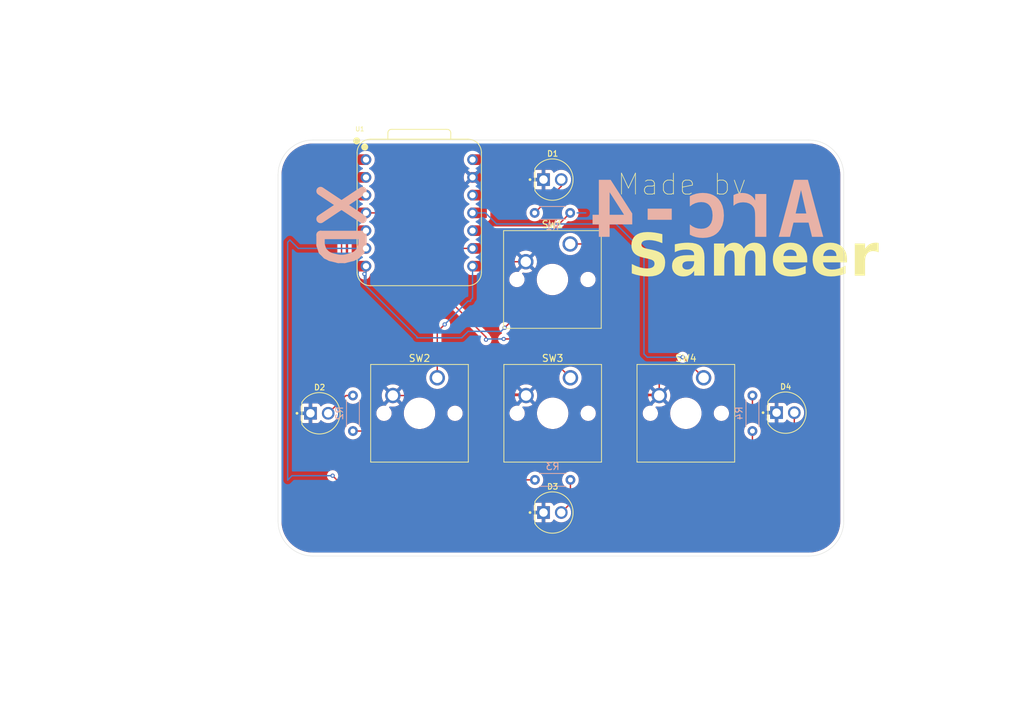
<source format=kicad_pcb>
(kicad_pcb (version 20241229) (generator "pcbnew") (generator_version "9.0")
  (layers (0 "F.Cu" signal) (2 "B.Cu" signal) (13 "F.Paste" user) (15 "B.Paste" user) (5 "F.SilkS" user "F.Silkscreen") (7 "B.SilkS" user "B.Silkscreen") (1 "F.Mask" user) (3 "B.Mask" user) (25 "Edge.Cuts" user))
  (net 0 "")
  (net 1 "Net-(D1-PadA)")
  (net 2 "GND")
  (net 3 "Net-(D2-PadA)")
  (net 4 "Net-(D3-PadA)")
  (net 5 "Net-(D4-PadA)")
  (net 6 "Led1")
  (net 7 "Led2")
  (net 8 "Led3")
  (net 9 "Led4")
  (net 10 "Sw 1")
  (net 11 "Sw 2")
  (net 12 "Sw 3")
  (net 13 "Sw 4")
  (footprint "Library:SW_Cherry_MX_1.00u_PCB_With_3d" (layer "F.Cu") (at 142.03 118.64)
    (property "Reference" "SW2" (at -2.54 -2.794 0) (layer "F.SilkS"))
    (property "Value" "SW_Push")
    (fp_line (start -9.525 -1.905) (end 4.445 -1.905) (stroke (width 0.12)) (layer "F.SilkS"))
    (fp_line (start -9.525 12.065) (end -9.525 -1.905) (stroke (width 0.12)) (layer "F.SilkS"))
    (fp_line (start 4.445 -1.905) (end 4.445 12.065) (stroke (width 0.12)) (layer "F.SilkS"))
    (fp_line (start 4.445 12.065) (end -9.525 12.065) (stroke (width 0.12)) (layer "F.SilkS"))
    (pad "" np_thru_hole circle (at -7.62 5.08) (size 1.7 1.7) (drill 1.7) (layers "*.Cu" "*.Mask"))
    (pad "" np_thru_hole circle (at -2.54 5.08) (size 4 4) (drill 4) (layers "*.Cu" "*.Mask"))
    (pad "" np_thru_hole circle (at 2.54 5.08) (size 1.7 1.7) (drill 1.7) (layers "*.Cu" "*.Mask"))
    (pad "1" thru_hole circle (at 0 0) (size 2.2 2.2) (drill 1.5) (layers "*.Cu" "*.Mask") (net 11 "Sw 2"))
    (pad "2" thru_hole circle (at -6.35 2.54) (size 2.2 2.2) (drill 1.5) (layers "*.Cu" "*.Mask") (net 2 "GND"))
  )
  (footprint "Library:SW_Cherry_MX_1.00u_PCB_With_3d" (layer "F.Cu") (at 180.13 118.64)
    (property "Reference" "SW4" (at -2.54 -2.794 0) (layer "F.SilkS"))
    (property "Value" "SW_Push")
    (fp_line (start -9.525 -1.905) (end 4.445 -1.905) (stroke (width 0.12)) (layer "F.SilkS"))
    (fp_line (start -9.525 12.065) (end -9.525 -1.905) (stroke (width 0.12)) (layer "F.SilkS"))
    (fp_line (start 4.445 -1.905) (end 4.445 12.065) (stroke (width 0.12)) (layer "F.SilkS"))
    (fp_line (start 4.445 12.065) (end -9.525 12.065) (stroke (width 0.12)) (layer "F.SilkS"))
    (pad "" np_thru_hole circle (at -7.62 5.08) (size 1.7 1.7) (drill 1.7) (layers "*.Cu" "*.Mask"))
    (pad "" np_thru_hole circle (at -2.54 5.08) (size 4 4) (drill 4) (layers "*.Cu" "*.Mask"))
    (pad "" np_thru_hole circle (at 2.54 5.08) (size 1.7 1.7) (drill 1.7) (layers "*.Cu" "*.Mask"))
    (pad "1" thru_hole circle (at 0 0) (size 2.2 2.2) (drill 1.5) (layers "*.Cu" "*.Mask") (net 13 "Sw 4"))
    (pad "2" thru_hole circle (at -6.35 2.54) (size 2.2 2.2) (drill 1.5) (layers "*.Cu" "*.Mask") (net 2 "GND"))
  )
  (footprint "Library:SW_Cherry_MX_1.00u_PCB_With_3d" (layer "F.Cu") (at 161.045 99.5)
    (property "Reference" "SW1" (at -2.54 -2.794 0) (layer "F.SilkS"))
    (property "Value" "SW_Push")
    (fp_line (start -9.525 -1.905) (end 4.445 -1.905) (stroke (width 0.12)) (layer "F.SilkS"))
    (fp_line (start -9.525 12.065) (end -9.525 -1.905) (stroke (width 0.12)) (layer "F.SilkS"))
    (fp_line (start 4.445 -1.905) (end 4.445 12.065) (stroke (width 0.12)) (layer "F.SilkS"))
    (fp_line (start 4.445 12.065) (end -9.525 12.065) (stroke (width 0.12)) (layer "F.SilkS"))
    (pad "" np_thru_hole circle (at -7.62 5.08) (size 1.7 1.7) (drill 1.7) (layers "*.Cu" "*.Mask"))
    (pad "" np_thru_hole circle (at -2.54 5.08) (size 4 4) (drill 4) (layers "*.Cu" "*.Mask"))
    (pad "" np_thru_hole circle (at 2.54 5.08) (size 1.7 1.7) (drill 1.7) (layers "*.Cu" "*.Mask"))
    (pad "1" thru_hole circle (at 0 0) (size 2.2 2.2) (drill 1.5) (layers "*.Cu" "*.Mask") (net 10 "Sw 1"))
    (pad "2" thru_hole circle (at -6.35 2.54) (size 2.2 2.2) (drill 1.5) (layers "*.Cu" "*.Mask") (net 2 "GND"))
  )
  (footprint "Led:LEDRD254W57D500H1070" (layer "F.Cu") (at 158.498408 90.2925)
    (property "Reference" "D1" (at 0.04 -3.708 0) (layer "F.SilkS") (effects (font (size 0.8 0.8))))
    (property "Value" "L08R5000Q1")
    (fp_line (start -2.5 -1.566) (end -2.5 1.566) (stroke (width 0.127)) (layer "F.SilkS"))
    (fp_arc (start -2.5 -1.566) (mid 2.961291 0) (end -2.5 1.566) (stroke (width 0.127)) (layer "F.SilkS"))
    (fp_circle (center -3.2 0) (end -3.1 0) (stroke (width 0.2)) (fill no) (layer "F.SilkS"))
    (pad "A" thru_hole circle (at 1.27 0) (size 1.815 1.815) (drill 1.21) (layers "*.Cu" "*.Mask") (net 1 "Net-(D1-PadA)"))
    (pad "C" thru_hole rect (at -1.27 0) (size 1.815 1.815) (drill 1.21) (layers "*.Cu" "*.Mask") (net 2 "GND"))
  )
  (footprint "Led:LEDRD254W57D500H1070" (layer "F.Cu") (at 158.498408 137.9175)
    (property "Reference" "D3" (at 0.04 -3.708 0) (layer "F.SilkS") (effects (font (size 0.8 0.8))))
    (property "Value" "L08R5000Q1")
    (fp_line (start -2.5 -1.566) (end -2.5 1.566) (stroke (width 0.127)) (layer "F.SilkS"))
    (fp_arc (start -2.5 -1.566) (mid 2.961291 0) (end -2.5 1.566) (stroke (width 0.127)) (layer "F.SilkS"))
    (fp_circle (center -3.2 0) (end -3.1 0) (stroke (width 0.2)) (fill no) (layer "F.SilkS"))
    (pad "A" thru_hole circle (at 1.27 0) (size 1.815 1.815) (drill 1.21) (layers "*.Cu" "*.Mask") (net 4 "Net-(D3-PadA)"))
    (pad "C" thru_hole rect (at -1.27 0) (size 1.815 1.815) (drill 1.21) (layers "*.Cu" "*.Mask") (net 2 "GND"))
  )
  (footprint "xiao:XIAO-RP2040-DIP" (layer "F.Cu") (at 139.455 95.055)
    (property "Reference" "U1" (at -8.5 -12 0) (layer "F.SilkS") (effects (font (size 0.635 0.635) (thickness 0.1016))))
    (property "Value" "XIAO-RP2040-DIP")
    (fp_line (start -8.89 8.509) (end -8.89 -8.636) (stroke (width 0.127)) (layer "F.SilkS"))
    (fp_line (start -6.985 10.414) (end 6.985 10.414) (stroke (width 0.127)) (layer "F.SilkS"))
    (fp_line (start -4.495 -10.541) (end -4.491272 -11.451272) (stroke (width 0.127)) (layer "F.SilkS"))
    (fp_line (start -3.991272 -11.951) (end 4.004 -11.951) (stroke (width 0.127)) (layer "F.SilkS"))
    (fp_line (start 4.504 -11.451) (end 4.504 -10.541) (stroke (width 0.127)) (layer "F.SilkS"))
    (fp_line (start 6.985 -10.541) (end -6.985 -10.541) (stroke (width 0.1)) (layer "F.SilkS"))
    (fp_line (start 6.985 -10.541) (end -6.985 -10.541) (stroke (width 0.127)) (layer "F.SilkS"))
    (fp_line (start 8.89 8.509) (end 8.89 -8.636) (stroke (width 0.127)) (layer "F.SilkS"))
    (fp_arc (start -8.89 -8.636) (mid -8.332038 -9.983038) (end -6.985 -10.541) (stroke (width 0.127)) (layer "F.SilkS"))
    (fp_arc (start -6.985 10.414) (mid -8.332038 9.856038) (end -8.89 8.509) (stroke (width 0.127)) (layer "F.SilkS"))
    (fp_arc (start -4.491272 -11.451272) (mid -4.344728 -11.80464) (end -3.991272 -11.951) (stroke (width 0.127)) (layer "F.SilkS"))
    (fp_arc (start 4.004 -11.951) (mid 4.357553 -11.804553) (end 4.504 -11.451) (stroke (width 0.127)) (layer "F.SilkS"))
    (fp_arc (start 6.985 -10.541) (mid 8.332038 -9.983038) (end 8.89 -8.636) (stroke (width 0.127)) (layer "F.SilkS"))
    (fp_arc (start 8.89 8.509) (mid 8.332038 9.856038) (end 6.985 10.414) (stroke (width 0.127)) (layer "F.SilkS"))
    (fp_circle (center -8.95 -10.3) (end -8.95 -10.554) (stroke (width 0.5)) (fill yes) (layer "F.SilkS"))
    (fp_circle (center -7.807 -9.42) (end -7.807 -9.674) (stroke (width 0.5)) (fill yes) (layer "F.SilkS"))
    (pad "1" smd roundrect (at -8.455 -7.62 180) (size 2.432 1.524) (layers "F.Cu" "F.Mask") (roundrect_rratio 0.1))
    (pad "1" thru_hole circle (at -7.62 -7.62 180) (size 1.524 1.524) (drill 0.889) (layers "*.Cu" "*.Mask"))
    (pad "2" smd roundrect (at -8.455 -5.08 180) (size 2.432 1.524) (layers "F.Cu" "F.Mask") (roundrect_rratio 0.1))
    (pad "2" thru_hole circle (at -7.62 -5.08 180) (size 1.524 1.524) (drill 0.889) (layers "*.Cu" "*.Mask"))
    (pad "3" smd roundrect (at -8.455 -2.54 180) (size 2.432 1.524) (layers "F.Cu" "F.Mask") (roundrect_rratio 0.1))
    (pad "3" thru_hole circle (at -7.62 -2.54 180) (size 1.524 1.524) (drill 0.889) (layers "*.Cu" "*.Mask"))
    (pad "4" smd roundrect (at -8.455 0 180) (size 2.432 1.524) (layers "F.Cu" "F.Mask") (roundrect_rratio 0.1) (net 9 "Led4"))
    (pad "4" thru_hole circle (at -7.62 0 180) (size 1.524 1.524) (drill 0.889) (layers "*.Cu" "*.Mask") (net 9 "Led4"))
    (pad "5" smd roundrect (at -8.455 2.54 180) (size 2.432 1.524) (layers "F.Cu" "F.Mask") (roundrect_rratio 0.1) (net 7 "Led2"))
    (pad "5" thru_hole circle (at -7.62 2.54 180) (size 1.524 1.524) (drill 0.889) (layers "*.Cu" "*.Mask") (net 7 "Led2"))
    (pad "6" smd roundrect (at -8.455 5.08 180) (size 2.432 1.524) (layers "F.Cu" "F.Mask") (roundrect_rratio 0.1) (net 8 "Led3"))
    (pad "6" thru_hole circle (at -7.62 5.08 180) (size 1.524 1.524) (drill 0.889) (layers "*.Cu" "*.Mask") (net 8 "Led3"))
    (pad "7" smd roundrect (at -8.455 7.62 180) (size 2.432 1.524) (layers "F.Cu" "F.Mask") (roundrect_rratio 0.1) (net 10 "Sw 1"))
    (pad "7" thru_hole circle (at -7.62 7.62 180) (size 1.524 1.524) (drill 0.889) (layers "*.Cu" "*.Mask") (net 10 "Sw 1"))
    (pad "8" thru_hole circle (at 7.62 7.62) (size 1.524 1.524) (drill 0.889) (layers "*.Cu" "*.Mask") (net 11 "Sw 2"))
    (pad "8" smd roundrect (at 8.455 7.62) (size 2.432 1.524) (layers "F.Cu" "F.Mask") (roundrect_rratio 0.1) (net 11 "Sw 2"))
    (pad "9" thru_hole circle (at 7.62 5.08) (size 1.524 1.524) (drill 0.889) (layers "*.Cu" "*.Mask") (net 12 "Sw 3"))
    (pad "9" smd roundrect (at 8.455 5.08) (size 2.432 1.524) (layers "F.Cu" "F.Mask") (roundrect_rratio 0.1) (net 12 "Sw 3"))
    (pad "10" thru_hole circle (at 7.62 2.54) (size 1.524 1.524) (drill 0.889) (layers "*.Cu" "*.Mask") (net 6 "Led1"))
    (pad "10" smd roundrect (at 8.455 2.54) (size 2.432 1.524) (layers "F.Cu" "F.Mask") (roundrect_rratio 0.1) (net 6 "Led1"))
    (pad "11" thru_hole circle (at 7.62 0) (size 1.524 1.524) (drill 0.889) (layers "*.Cu" "*.Mask") (net 13 "Sw 4"))
    (pad "11" smd roundrect (at 8.455 0) (size 2.432 1.524) (layers "F.Cu" "F.Mask") (roundrect_rratio 0.1) (net 13 "Sw 4"))
    (pad "12" thru_hole circle (at 7.62 -2.54) (size 1.524 1.524) (drill 0.889) (layers "*.Cu" "*.Mask"))
    (pad "12" smd roundrect (at 8.455 -2.54) (size 2.432 1.524) (layers "F.Cu" "F.Mask") (roundrect_rratio 0.1))
    (pad "13" thru_hole circle (at 7.62 -5.08) (size 1.524 1.524) (drill 0.889) (layers "*.Cu" "*.Mask") (net 2 "GND"))
    (pad "13" smd roundrect (at 8.455 -5.08) (size 2.432 1.524) (layers "F.Cu" "F.Mask") (roundrect_rratio 0.1) (net 2 "GND"))
    (pad "14" thru_hole circle (at 7.62 -7.62) (size 1.524 1.524) (drill 0.889) (layers "*.Cu" "*.Mask"))
    (pad "14" smd roundrect (at 8.455 -7.62) (size 2.432 1.524) (layers "F.Cu" "F.Mask") (roundrect_rratio 0.1))
  )
  (footprint "Led:LEDRD254W57D500H1070" (layer "F.Cu") (at 125.160908 123.72)
    (property "Reference" "D2" (at 0.04 -3.708 0) (layer "F.SilkS") (effects (font (size 0.8 0.8))))
    (property "Value" "L08R5000Q1")
    (fp_line (start -2.5 -1.566) (end -2.5 1.566) (stroke (width 0.127)) (layer "F.SilkS"))
    (fp_arc (start -2.5 -1.566) (mid 2.961291 0) (end -2.5 1.566) (stroke (width 0.127)) (layer "F.SilkS"))
    (fp_circle (center -3.2 0) (end -3.1 0) (stroke (width 0.2)) (fill no) (layer "F.SilkS"))
    (pad "A" thru_hole circle (at 1.27 0) (size 1.815 1.815) (drill 1.21) (layers "*.Cu" "*.Mask") (net 3 "Net-(D2-PadA)"))
    (pad "C" thru_hole rect (at -1.27 0) (size 1.815 1.815) (drill 1.21) (layers "*.Cu" "*.Mask") (net 2 "GND"))
  )
  (footprint "Led:LEDRD254W57D500H1070" (layer "F.Cu") (at 191.835908 123.63)
    (property "Reference" "D4" (at 0.04 -3.708 0) (layer "F.SilkS") (effects (font (size 0.8 0.8))))
    (property "Value" "L08R5000Q1")
    (fp_line (start -2.5 -1.566) (end -2.5 1.566) (stroke (width 0.127)) (layer "F.SilkS"))
    (fp_arc (start -2.5 -1.566) (mid 2.961291 0) (end -2.5 1.566) (stroke (width 0.127)) (layer "F.SilkS"))
    (fp_circle (center -3.2 0) (end -3.1 0) (stroke (width 0.2)) (fill no) (layer "F.SilkS"))
    (pad "A" thru_hole circle (at 1.27 0) (size 1.815 1.815) (drill 1.21) (layers "*.Cu" "*.Mask") (net 5 "Net-(D4-PadA)"))
    (pad "C" thru_hole rect (at -1.27 0) (size 1.815 1.815) (drill 1.21) (layers "*.Cu" "*.Mask") (net 2 "GND"))
  )
  (footprint "Library:SW_Cherry_MX_1.00u_PCB_With_3d" (layer "F.Cu") (at 161.08 118.64)
    (property "Reference" "SW3" (at -2.54 -2.794 0) (layer "F.SilkS"))
    (property "Value" "SW_Push")
    (fp_line (start -9.525 -1.905) (end 4.445 -1.905) (stroke (width 0.12)) (layer "F.SilkS"))
    (fp_line (start -9.525 12.065) (end -9.525 -1.905) (stroke (width 0.12)) (layer "F.SilkS"))
    (fp_line (start 4.445 -1.905) (end 4.445 12.065) (stroke (width 0.12)) (layer "F.SilkS"))
    (fp_line (start 4.445 12.065) (end -9.525 12.065) (stroke (width 0.12)) (layer "F.SilkS"))
    (pad "" np_thru_hole circle (at -7.62 5.08) (size 1.7 1.7) (drill 1.7) (layers "*.Cu" "*.Mask"))
    (pad "" np_thru_hole circle (at -2.54 5.08) (size 4 4) (drill 4) (layers "*.Cu" "*.Mask"))
    (pad "" np_thru_hole circle (at 2.54 5.08) (size 1.7 1.7) (drill 1.7) (layers "*.Cu" "*.Mask"))
    (pad "1" thru_hole circle (at 0 0) (size 2.2 2.2) (drill 1.5) (layers "*.Cu" "*.Mask") (net 12 "Sw 3"))
    (pad "2" thru_hole circle (at -6.35 2.54) (size 2.2 2.2) (drill 1.5) (layers "*.Cu" "*.Mask") (net 2 "GND"))
  )
  (footprint "Resistor_THT:R_Axial_DIN0204_L3.6mm_D1.6mm_P5.08mm_Horizontal" (layer "B.Cu") (at 155.965 95.055)
    (property "Reference" "R1" (at 2.54 1.92 0) (layer "B.SilkS") (effects (justify mirror)))
    (property "Value" "Resistor")
    (fp_line (start 0.62 -0.92) (end 4.46 -0.92) (stroke (width 0.12)) (layer "B.SilkS"))
    (fp_line (start 0.62 0.92) (end 4.46 0.92) (stroke (width 0.12)) (layer "B.SilkS"))
    (pad "1" thru_hole circle (at 0 0) (size 1.4 1.4) (drill 0.7) (layers "*.Cu" "*.Mask") (net 1 "Net-(D1-PadA)"))
    (pad "2" thru_hole circle (at 5.08 0) (size 1.4 1.4) (drill 0.7) (layers "*.Cu" "*.Mask") (net 6 "Led1"))
  )
  (footprint "Resistor_THT:R_Axial_DIN0204_L3.6mm_D1.6mm_P5.08mm_Horizontal" (layer "B.Cu") (at 129.965 121.18 -90)
    (property "Reference" "R2" (at 2.54 1.92 90) (layer "B.SilkS") (effects (justify mirror)))
    (property "Value" "Resistor")
    (fp_line (start 0.62 0.92) (end 4.46 0.92) (stroke (width 0.12)) (layer "B.SilkS"))
    (fp_line (start 0.62 -0.92) (end 4.46 -0.92) (stroke (width 0.12)) (layer "B.SilkS"))
    (pad "1" thru_hole circle (at 0 0 270) (size 1.4 1.4) (drill 0.7) (layers "*.Cu" "*.Mask") (net 3 "Net-(D2-PadA)"))
    (pad "2" thru_hole circle (at 5.08 0 270) (size 1.4 1.4) (drill 0.7) (layers "*.Cu" "*.Mask") (net 7 "Led2"))
  )
  (footprint "Resistor_THT:R_Axial_DIN0204_L3.6mm_D1.6mm_P5.08mm_Horizontal" (layer "B.Cu") (at 187.115 121.18 -90)
    (property "Reference" "R4" (at 2.54 1.92 90) (layer "B.SilkS") (effects (justify mirror)))
    (property "Value" "Resistor")
    (fp_line (start 0.62 0.92) (end 4.46 0.92) (stroke (width 0.12)) (layer "B.SilkS"))
    (fp_line (start 0.62 -0.92) (end 4.46 -0.92) (stroke (width 0.12)) (layer "B.SilkS"))
    (pad "1" thru_hole circle (at 0 0 270) (size 1.4 1.4) (drill 0.7) (layers "*.Cu" "*.Mask") (net 5 "Net-(D4-PadA)"))
    (pad "2" thru_hole circle (at 5.08 0 270) (size 1.4 1.4) (drill 0.7) (layers "*.Cu" "*.Mask") (net 9 "Led4"))
  )
  (footprint "Resistor_THT:R_Axial_DIN0204_L3.6mm_D1.6mm_P5.08mm_Horizontal" (layer "B.Cu") (at 161.08 133.245 180)
    (property "Reference" "R3" (at 2.54 1.92 0) (layer "B.SilkS") (effects (justify mirror)))
    (property "Value" "Resistor")
    (fp_line (start 0.62 0.92) (end 4.46 0.92) (stroke (width 0.12)) (layer "B.SilkS"))
    (fp_line (start 0.62 -0.92) (end 4.46 -0.92) (stroke (width 0.12)) (layer "B.SilkS"))
    (pad "1" thru_hole circle (at 0 0 180) (size 1.4 1.4) (drill 0.7) (layers "*.Cu" "*.Mask") (net 4 "Net-(D3-PadA)"))
    (pad "2" thru_hole circle (at 5.08 0 180) (size 1.4 1.4) (drill 0.7) (layers "*.Cu" "*.Mask") (net 8 "Led3"))
  )
  (gr_arc (start 124.25 144.14) (mid 120.714466 142.675534) (end 119.25 139.14) (stroke (width 0.05)) (layer "Edge.Cuts"))
  (gr_line (start 200.18 89.63) (end 200.18 139.14) (stroke (width 0.05)) (layer "Edge.Cuts"))
  (gr_line (start 119.25 139.14) (end 119.25 89.63) (stroke (width 0.05)) (layer "Edge.Cuts"))
  (gr_arc (start 200.18 139.14) (mid 198.715534 142.675534) (end 195.18 144.14) (stroke (width 0.05)) (layer "Edge.Cuts"))
  (gr_arc (start 119.25 89.63) (mid 120.714466 86.094466) (end 124.25 84.63) (stroke (width 0.05)) (layer "Edge.Cuts"))
  (gr_line (start 124.25 84.63) (end 195.18 84.63) (stroke (width 0.05)) (layer "Edge.Cuts"))
  (gr_line (start 195.18 144.14) (end 124.25 144.14) (stroke (width 0.05)) (layer "Edge.Cuts"))
  (gr_arc (start 195.18 84.63) (mid 198.715534 86.094466) (end 200.18 89.63) (stroke (width 0.05)) (layer "Edge.Cuts"))
  (gr_text "Made by" (at 167.6 92.74 0) (layer "F.SilkS") (effects (font (size 3 3) (thickness 0.1)) (justify left bottom)))
  (gr_text "Sameer" (at 169.2 105.05 0) (layer "F.SilkS") (effects (font (size 6 6) (thickness 1.5) (bold yes)) (justify left bottom)))
  (gr_text "Arc-4" (at 197.43 99.84 0) (layer "B.SilkS") (effects (font (size 8 8) (thickness 0.8) (bold yes)) (justify left bottom mirror)))
  (gr_text "XD" (at 132.13 90.28 90) (layer "B.SilkS") (effects (font (size 6 6) (thickness 1.2) (bold yes)) (justify left bottom mirror)))
  (segment (start 163.2675 95.055) (end 162.046 95.055) (width 0.2) (layer "B.Cu") (net 0))
  (segment (start 155.965 95.055) (end 159.768408 91.251592) (width 0.2) (layer "F.Cu") (net 1))
  (segment (start 159.768408 91.251592) (end 159.768408 90.2925) (width 0.2) (layer "F.Cu") (net 1))
  (segment (start 157.228408 137.9175) (end 123.7675 137.9175) (width 0.2) (layer "F.Cu") (net 2))
  (segment (start 168.4 121.02) (end 168.4 142.53) (width 0.2) (layer "F.Cu") (net 2))
  (segment (start 123.39 137.54) (end 123.890908 137.039092) (width 0.2) (layer "F.Cu") (net 2))
  (segment (start 157.228408 142.911592) (end 157.228408 137.9175) (width 0.2) (layer "F.Cu") (net 2))
  (segment (start 123.7675 137.9175) (end 123.39 137.54) (width 0.2) (layer "F.Cu") (net 2))
  (segment (start 150.39 102.47) (end 150.39 116.84) (width 0.2) (layer "F.Cu") (net 2))
  (segment (start 168.4 142.53) (end 168.04 142.89) (width 0.2) (layer "F.Cu") (net 2))
  (segment (start 154.73 121.18) (end 135.68 121.18) (width 0.2) (layer "F.Cu") (net 2))
  (segment (start 168.14 128.7) (end 168.14 125.264366) (width 0.2) (layer "F.Cu") (net 2))
  (segment (start 154.99 120.98) (end 151.6 120.98) (width 0.2) (layer "F.Cu") (net 2))
  (segment (start 154.79 121.18) (end 154.99 120.98) (width 0.2) (layer "F.Cu") (net 2))
  (segment (start 157.228408 90.2925) (end 147.3925 90.2925) (width 0.2) (layer "F.Cu") (net 2))
  (segment (start 157.42 87.99) (end 169.4 87.99) (width 0.2) (layer "F.Cu") (net 2))
  (segment (start 157.228408 88.181592) (end 157.42 87.99) (width 0.2) (layer "F.Cu") (net 2))
  (segment (start 169.4 87.99) (end 173.78 92.37) (width 0.2) (layer "F.Cu") (net 2))
  (segment (start 147.3925 90.2925) (end 147.075 89.975) (width 0.2) (layer "F.Cu") (net 2))
  (segment (start 173.78 92.37) (end 173.78 111.13) (width 0.2) (layer "F.Cu") (net 2))
  (segment (start 150.82 102.04) (end 150.39 102.47) (width 0.2) (layer "F.Cu") (net 2))
  (segment (start 173.78 111.13) (end 173.78 121.18) (width 0.2) (layer "F.Cu") (net 2))
  (segment (start 123.890908 137.039092) (end 123.890908 123.72) (width 0.2) (layer "F.Cu") (net 2))
  (segment (start 157.25 142.89) (end 157.228408 142.911592) (width 0.2) (layer "F.Cu") (net 2))
  (segment (start 150.39 116.84) (end 154.73 121.18) (width 0.2) (layer "F.Cu") (net 2))
  (segment (start 157.228408 90.2925) (end 157.228408 88.181592) (width 0.2) (layer "F.Cu") (net 2))
  (segment (start 168.14 125.264366) (end 172.224366 121.18) (width 0.2) (layer "F.Cu") (net 2))
  (segment (start 190.565908 123.63) (end 190.565908 112.055908) (width 0.2) (layer "F.Cu") (net 2))
  (segment (start 172.224366 121.18) (end 173.78 121.18) (width 0.2) (layer "F.Cu") (net 2))
  (segment (start 173.62 121.02) (end 168.4 121.02) (width 0.2) (layer "F.Cu") (net 2))
  (segment (start 154.695 102.04) (end 150.82 102.04) (width 0.2) (layer "F.Cu") (net 2))
  (segment (start 151.6 120.98) (end 149.07 123.51) (width 0.2) (layer "F.Cu") (net 2))
  (segment (start 190.565908 112.055908) (end 189.64 111.13) (width 0.2) (layer "F.Cu") (net 2))
  (segment (start 173.78 121.18) (end 173.62 121.02) (width 0.2) (layer "F.Cu") (net 2))
  (segment (start 168.04 142.89) (end 157.25 142.89) (width 0.2) (layer "F.Cu") (net 2))
  (segment (start 154.26 128.7) (end 168.14 128.7) (width 0.2) (layer "F.Cu") (net 2))
  (segment (start 189.64 111.13) (end 173.78 111.13) (width 0.2) (layer "F.Cu") (net 2))
  (segment (start 149.07 123.51) (end 154.26 128.7) (width 0.2) (layer "F.Cu") (net 2))
  (segment (start 154.73 121.18) (end 154.79 121.18) (width 0.2) (layer "F.Cu") (net 2))
  (segment (start 128.970908 121.18) (end 129.965 121.18) (width 0.2) (layer "F.Cu") (net 3))
  (segment (start 126.430908 123.72) (end 128.970908 121.18) (width 0.2) (layer "F.Cu") (net 3))
  (segment (start 161.08 133.245) (end 161.08 136.605908) (width 0.2) (layer "F.Cu") (net 4))
  (segment (start 161.08 136.605908) (end 159.768408 137.9175) (width 0.2) (layer "F.Cu") (net 4))
  (segment (start 193.105908 127.105908) (end 193.105908 123.63) (width 0.2) (layer "F.Cu") (net 5))
  (segment (start 189.61 126.01) (end 189.61 127.77) (width 0.2) (layer "F.Cu") (net 5))
  (segment (start 193.47 127.47) (end 193.105908 127.105908) (width 0.2) (layer "F.Cu") (net 5))
  (segment (start 193.17 127.77) (end 193.47 127.47) (width 0.2) (layer "F.Cu") (net 5))
  (segment (start 189.61 127.77) (end 193.17 127.77) (width 0.2) (layer "F.Cu") (net 5))
  (segment (start 187.115 121.18) (end 187.115 123.515) (width 0.2) (layer "F.Cu") (net 5))
  (segment (start 187.115 123.515) (end 189.61 126.01) (width 0.2) (layer "F.Cu") (net 5))
  (segment (start 158.505 97.595) (end 147.91 97.595) (width 0.2) (layer "F.Cu") (net 6))
  (segment (start 161.045 95.055) (end 158.505 97.595) (width 0.2) (layer "F.Cu") (net 6))
  (segment (start 128.46 97.78) (end 128.645 97.595) (width 0.2) (layer "F.Cu") (net 7))
  (segment (start 131.7 114.18) (end 128.34 110.82) (width 0.2) (layer "F.Cu") (net 7))
  (segment (start 131.24 126.26) (end 131.7 126.72) (width 0.2) (layer "F.Cu") (net 7))
  (segment (start 128.34 110.82) (end 128.34 97.78) (width 0.2) (layer "F.Cu") (net 7))
  (segment (start 129.965 126.26) (end 131.24 126.26) (width 0.2) (layer "F.Cu") (net 7))
  (segment (start 131.7 126.72) (end 131.7 114.18) (width 0.2) (layer "F.Cu") (net 7))
  (segment (start 128.34 97.78) (end 128.46 97.78) (width 0.2) (layer "F.Cu") (net 7))
  (segment (start 128.645 97.595) (end 131.835 97.595) (width 0.2) (layer "F.Cu") (net 7))
  (segment (start 127.655 133.245) (end 127.06 132.65) (width 0.2) (layer "F.Cu") (net 8))
  (segment (start 156 133.245) (end 127.655 133.245) (width 0.2) (layer "F.Cu") (net 8))
  (via (at 127.06 132.65) (size 0.6) (drill 0.3) (layers "F.Cu" "B.Cu") (net 8))
  (segment (start 120.63 99.25) (end 120.95 98.93) (width 0.2) (layer "B.Cu") (net 8))
  (segment (start 122.155 100.135) (end 131.835 100.135) (width 0.2) (layer "B.Cu") (net 8))
  (segment (start 121.25 132.65) (end 120.63 133.27) (width 0.2) (layer "B.Cu") (net 8))
  (segment (start 120.95 98.93) (end 122.155 100.135) (width 0.2) (layer "B.Cu") (net 8))
  (segment (start 127.06 132.65) (end 121.25 132.65) (width 0.2) (layer "B.Cu") (net 8))
  (segment (start 120.63 133.27) (end 120.63 99.25) (width 0.2) (layer "B.Cu") (net 8))
  (segment (start 177.21 89.18) (end 174.49 86.46) (width 0.2) (layer "F.Cu") (net 9))
  (segment (start 151.62 86.55) (end 150.99 85.92) (width 0.2) (layer "F.Cu") (net 9))
  (segment (start 195.55 112.97) (end 190.19 107.61) (width 0.2) (layer "F.Cu") (net 9))
  (segment (start 187.74 130.66) (end 195.55 130.66) (width 0.2) (layer "F.Cu") (net 9))
  (segment (start 151.71 86.46) (end 151.62 86.55) (width 0.2) (layer "F.Cu") (net 9))
  (segment (start 187.115 131.285) (end 187.74 130.66) (width 0.2) (layer "F.Cu") (net 9))
  (segment (start 150.99 85.92) (end 143.99 85.92) (width 0.2) (layer "F.Cu") (net 9))
  (segment (start 174.49 86.46) (end 151.71 86.46) (width 0.2) (layer "F.Cu") (net 9))
  (segment (start 143.99 85.92) (end 134.855 95.055) (width 0.2) (layer "F.Cu") (net 9))
  (segment (start 190.19 107.61) (end 177.21 107.61) (width 0.2) (layer "F.Cu") (net 9))
  (segment (start 134.855 95.055) (end 131.835 95.055) (width 0.2) (layer "F.Cu") (net 9))
  (segment (start 177.21 107.61) (end 177.21 89.18) (width 0.2) (layer "F.Cu") (net 9))
  (segment (start 195.55 130.66) (end 195.55 112.97) (width 0.2) (layer "F.Cu") (net 9))
  (segment (start 187.115 126.26) (end 187.115 131.285) (width 0.2) (layer "F.Cu") (net 9))
  (segment (start 152.46 110.83) (end 152.33 110.83) (width 0.2) (layer "F.Cu") (net 10))
  (segment (start 166.97 101.15) (end 166.97 110.83) (width 0.2) (layer "F.Cu") (net 10))
  (segment (start 165.32 99.5) (end 166.71 100.89) (width 0.2) (layer "F.Cu") (net 10))
  (segment (start 152.33 110.83) (end 151.68 111.48) (width 0.2) (layer "F.Cu") (net 10))
  (segment (start 131.835 102.675) (end 131.835 103.565) (width 0.2) (layer "F.Cu") (net 10))
  (segment (start 161.045 99.5) (end 165.32 99.5) (width 0.2) (layer "F.Cu") (net 10))
  (segment (start 166.71 100.89) (end 166.97 101.15) (width 0.2) (layer "F.Cu") (net 10))
  (segment (start 166.97 110.83) (end 152.46 110.83) (width 0.2) (layer "F.Cu") (net 10))
  (segment (start 131.835 103.565) (end 131.61 103.79) (width 0.2) (layer "F.Cu") (net 10))
  (via (at 151.68 111.48) (size 0.6) (drill 0.3) (layers "F.Cu" "B.Cu") (net 10))
  (via (at 131.61 103.79) (size 0.6) (drill 0.3) (layers "F.Cu" "B.Cu") (net 10))
  (segment (start 151.16 112) (end 146.45 112) (width 0.2) (layer "B.Cu") (net 10))
  (segment (start 139.13 112.92) (end 139.13 112.79) (width 0.2) (layer "B.Cu") (net 10))
  (segment (start 131.61 103.79) (end 131.61 105.27) (width 0.2) (layer "B.Cu") (net 10))
  (segment (start 146.45 112) (end 145.53 112.92) (width 0.2) (layer "B.Cu") (net 10))
  (segment (start 145.53 112.92) (end 139.13 112.92) (width 0.2) (layer "B.Cu") (net 10))
  (segment (start 131.835 105.495) (end 131.835 102.675) (width 0.2) (layer "B.Cu") (net 10))
  (segment (start 151.68 111.48) (end 151.16 112) (width 0.2) (layer "B.Cu") (net 10))
  (segment (start 139.13 112.79) (end 131.835 105.495) (width 0.2) (layer "B.Cu") (net 10))
  (segment (start 131.61 105.27) (end 131.835 105.495) (width 0.2) (layer "B.Cu") (net 10))
  (segment (start 142.03 112.07) (end 143.09 111.01) (width 0.2) (layer "F.Cu") (net 11))
  (segment (start 142.03 118.64) (end 142.03 112.07) (width 0.2) (layer "F.Cu") (net 11))
  (via (at 143.09 111.01) (size 0.6) (drill 0.3) (layers "F.Cu" "B.Cu") (net 11))
  (segment (start 146.8 107.68) (end 146.8 107.53) (width 0.2) (layer "B.Cu") (net 11))
  (segment (start 143.09 111.01) (end 146.42 107.68) (width 0.2) (layer "B.Cu") (net 11))
  (segment (start 146.8 107.53) (end 147.075 107.255) (width 0.2) (layer "B.Cu") (net 11))
  (segment (start 147.075 107.255) (end 147.075 102.675) (width 0.2) (layer "B.Cu") (net 11))
  (segment (start 146.42 107.68) (end 146.8 107.68) (width 0.2) (layer "B.Cu") (net 11))
  (segment (start 144.12 107.52) (end 144.12 99.8) (width 0.2) (layer "F.Cu") (net 12))
  (segment (start 144.12 99.8) (end 144.38 99.8) (width 0.2) (layer "F.Cu") (net 12))
  (segment (start 144.715 100.135) (end 147.075 100.135) (width 0.2) (layer "F.Cu") (net 12))
  (segment (start 149 113.19) (end 149 112.82) (width 0.2) (layer "F.Cu") (net 12))
  (segment (start 144.38 99.8) (end 144.715 100.135) (width 0.2) (layer "F.Cu") (net 12))
  (segment (start 161.08 118.64) (end 155.53 113.09) (width 0.2) (layer "F.Cu") (net 12))
  (segment (start 149 112.82) (end 143.91 107.73) (width 0.2) (layer "F.Cu") (net 12))
  (segment (start 155.53 113.09) (end 152 113.09) (width 0.2) (layer "F.Cu") (net 12))
  (segment (start 143.91 107.73) (end 144.12 107.52) (width 0.2) (layer "F.Cu") (net 12))
  (segment (start 152 113.09) (end 151.53 113.09) (width 0.2) (layer "F.Cu") (net 12))
  (via (at 149 113.19) (size 0.6) (drill 0.3) (layers "F.Cu" "B.Cu") (net 12))
  (via (at 151.53 113.09) (size 0.6) (drill 0.3) (layers "F.Cu" "B.Cu") (net 12))
  (segment (start 151.53 113.09) (end 149.1 113.09) (width 0.2) (layer "B.Cu") (net 12))
  (segment (start 149.1 113.09) (end 149 113.19) (width 0.2) (layer "B.Cu") (net 12))
  (segment (start 177.19 115.7) (end 177.12 115.7) (width 0.2) (layer "F.Cu") (net 13))
  (segment (start 180.13 118.64) (end 177.19 115.7) (width 0.2) (layer "F.Cu") (net 13))
  (via (at 177.12 115.7) (size 0.6) (drill 0.3) (layers "F.Cu" "B.Cu") (net 13))
  (segment (start 167.59 96.64) (end 150.51 96.64) (width 0.2) (layer "B.Cu") (net 13))
  (segment (start 171.6 100.65) (end 167.59 96.64) (width 0.2) (layer "B.Cu") (net 13))
  (segment (start 150.51 96.64) (end 148.925 95.055) (width 0.2) (layer "B.Cu") (net 13))
  (segment (start 172.06 115.7) (end 171.6 115.24) (width 0.2) (layer "B.Cu") (net 13))
  (segment (start 177.12 115.7) (end 172.06 115.7) (width 0.2) (layer "B.Cu") (net 13))
  (segment (start 148.925 95.055) (end 147.075 95.055) (width 0.2) (layer "B.Cu") (net 13))
  (segment (start 171.6 115.24) (end 171.6 100.65) (width 0.2) (layer "B.Cu") (net 13))
  (zone (net 2) (net_name "GND") (layers "F.Cu" "B.Cu") (connect_pads (clearance 0.5)) (min_thickness 0.25) (fill yes (thermal_gap 0.5) (thermal_bridge_width 0.5))
    (polygon (pts (xy 79.48 68.5) (xy 225.98 64.6) (xy 224.78 160.96) (xy 92.99 165.17) (xy 80.08 69.1) (xy 79.71 68.5) (xy 80.41 68.43)))
  )
)
</source>
